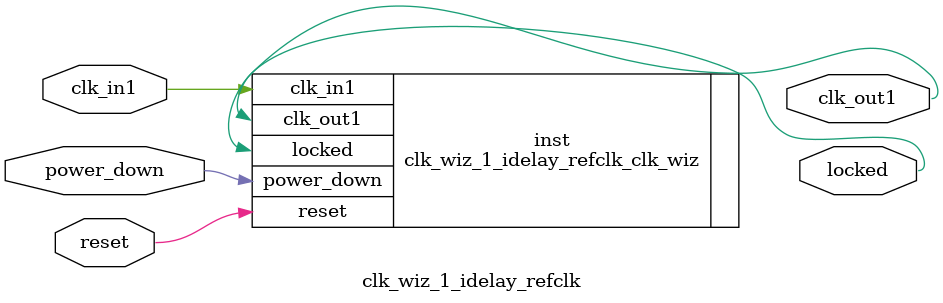
<source format=v>


`timescale 1ps/1ps

(* CORE_GENERATION_INFO = "clk_wiz_1_idelay_refclk,clk_wiz_v6_0_4_0_0,{component_name=clk_wiz_1_idelay_refclk,use_phase_alignment=true,use_min_o_jitter=false,use_max_i_jitter=false,use_dyn_phase_shift=false,use_inclk_switchover=false,use_dyn_reconfig=false,enable_axi=0,feedback_source=FDBK_AUTO,PRIMITIVE=MMCM,num_out_clk=1,clkin1_period=5.650,clkin2_period=10.0,use_power_down=true,use_reset=true,use_locked=true,use_inclk_stopped=false,feedback_type=SINGLE,CLOCK_MGR_TYPE=NA,manual_override=false}" *)

module clk_wiz_1_idelay_refclk 
 (
  // Clock out ports
  output        clk_out1,
  // Status and control signals
  input         reset,
  input         power_down,
  output        locked,
 // Clock in ports
  input         clk_in1
 );

  clk_wiz_1_idelay_refclk_clk_wiz inst
  (
  // Clock out ports  
  .clk_out1(clk_out1),
  // Status and control signals               
  .reset(reset), 
  .power_down(power_down),
  .locked(locked),
 // Clock in ports
  .clk_in1(clk_in1)
  );

endmodule

</source>
